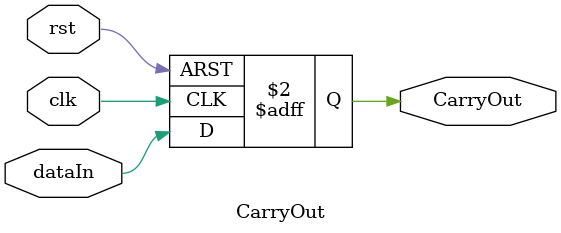
<source format=v>
module CarryOut(input clk, rst, input dataIn, output reg CarryOut);
  always@(posedge clk, posedge rst) begin
    if(rst)
      CarryOut <= 1'b0;
    else if(clk)
      CarryOut <= dataIn;
  end
endmodule

</source>
